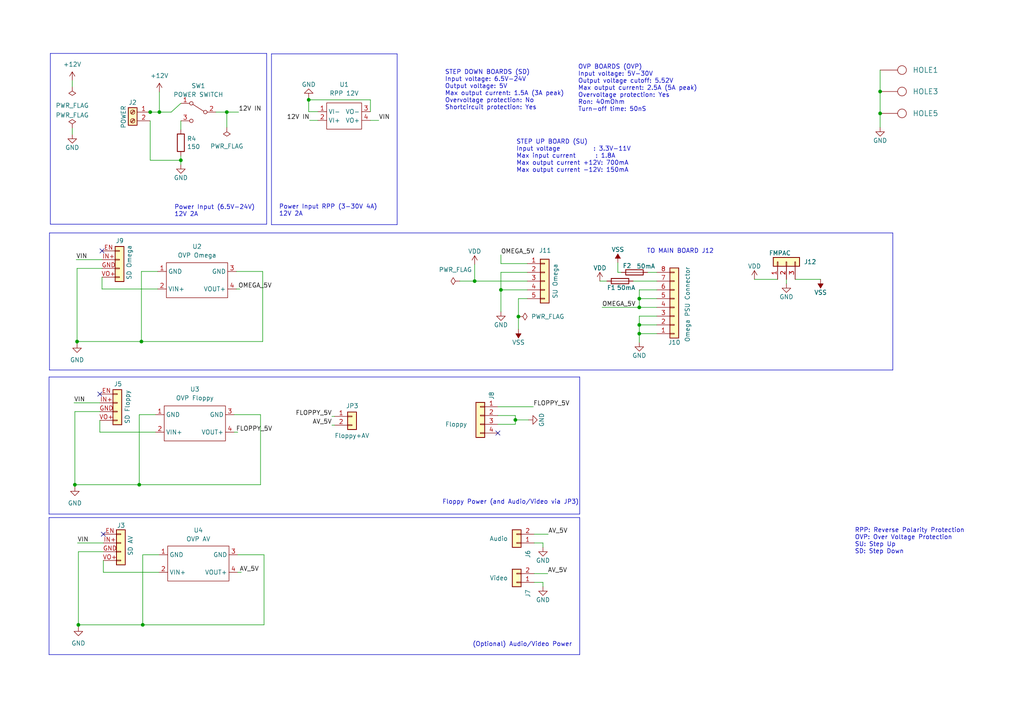
<source format=kicad_sch>
(kicad_sch (version 20230121) (generator eeschema)
  (paper "A4")
  (title_block (title "Omega PSU") (date "2023-03-19") (rev "0.1") (company "Albert Herranz"))
  (lib_symbols
    (symbol "Connector:Screw_Terminal_01x02" (pin_names (offset 1.016) hide)
      (property "Reference" "J" (at 0 2.54 0))
      (property "Value" "Screw_Terminal_01x02" (at 0 -5.08 0))
      (symbol "Screw_Terminal_01x02_1_1"
        (rectangle (start -1.27 1.27) (end 1.27 -3.81) (stroke (width 0.254)) (fill (type background)))
        (circle (center 0 -2.54) (radius 0.635) (stroke (width 0.1524)))
        (polyline (pts (xy -0.5334 -2.2098) (xy 0.3302 -3.048)) (stroke (width 0.1524)))
        (polyline (pts (xy -0.5334 0.3302) (xy 0.3302 -0.508)) (stroke (width 0.1524)))
        (polyline (pts (xy -0.3556 -2.032) (xy 0.508 -2.8702)) (stroke (width 0.1524)))
        (polyline (pts (xy -0.3556 0.508) (xy 0.508 -0.3302)) (stroke (width 0.1524)))
        (circle (center 0 0) (radius 0.635) (stroke (width 0.1524)))
        (pin passive line (at -5.08 0 0) (length 3.81) (name "Pin_1") (number "1"))
        (pin passive line (at -5.08 -2.54 0) (length 3.81) (name "Pin_2") (number "2"))
      )
    )
    (symbol "Connector_Generic:Conn_01x02" (pin_names (offset 1.016) hide)
      (property "Reference" "J" (at 0 2.54 0))
      (property "Value" "Conn_01x02" (at 0 -5.08 0))
      (symbol "Conn_01x02_1_1"
        (rectangle (start -1.27 -2.413) (end 0 -2.667) (stroke (width 0.1524)))
        (rectangle (start -1.27 0.127) (end 0 -0.127) (stroke (width 0.1524)))
        (rectangle (start -1.27 1.27) (end 1.27 -3.81) (stroke (width 0.254)) (fill (type background)))
        (pin passive line (at -5.08 0 0) (length 3.81) (name "Pin_1") (number "1"))
        (pin passive line (at -5.08 -2.54 0) (length 3.81) (name "Pin_2") (number "2"))
      )
    )
    (symbol "Connector_Generic:Conn_01x03" (pin_names (offset 1.016) hide)
      (property "Reference" "J" (at 0 5.08 0))
      (property "Value" "Conn_01x03" (at 0 -5.08 0))
      (symbol "Conn_01x03_1_1"
        (rectangle (start -1.27 -2.413) (end 0 -2.667) (stroke (width 0.1524)))
        (rectangle (start -1.27 0.127) (end 0 -0.127) (stroke (width 0.1524)))
        (rectangle (start -1.27 2.667) (end 0 2.413) (stroke (width 0.1524)))
        (rectangle (start -1.27 3.81) (end 1.27 -3.81) (stroke (width 0.254)) (fill (type background)))
        (pin passive line (at -5.08 2.54 0) (length 3.81) (name "Pin_1") (number "1"))
        (pin passive line (at -5.08 0 0) (length 3.81) (name "Pin_2") (number "2"))
        (pin passive line (at -5.08 -2.54 0) (length 3.81) (name "Pin_3") (number "3"))
      )
    )
    (symbol "Connector_Generic:Conn_01x04" (pin_names (offset 1.016) hide)
      (property "Reference" "J" (at 0 5.08 0))
      (property "Value" "Conn_01x04" (at 0 -7.62 0))
      (symbol "Conn_01x04_1_1"
        (rectangle (start -1.27 -4.953) (end 0 -5.207) (stroke (width 0.1524)))
        (rectangle (start -1.27 -2.413) (end 0 -2.667) (stroke (width 0.1524)))
        (rectangle (start -1.27 0.127) (end 0 -0.127) (stroke (width 0.1524)))
        (rectangle (start -1.27 2.667) (end 0 2.413) (stroke (width 0.1524)))
        (rectangle (start -1.27 3.81) (end 1.27 -6.35) (stroke (width 0.254)) (fill (type background)))
        (pin passive line (at -5.08 2.54 0) (length 3.81) (name "Pin_1") (number "1"))
        (pin passive line (at -5.08 0 0) (length 3.81) (name "Pin_2") (number "2"))
        (pin passive line (at -5.08 -2.54 0) (length 3.81) (name "Pin_3") (number "3"))
        (pin passive line (at -5.08 -5.08 0) (length 3.81) (name "Pin_4") (number "4"))
      )
    )
    (symbol "Connector_Generic:Conn_01x05" (pin_names (offset 1.016) hide)
      (property "Reference" "J" (at 0 7.62 0))
      (property "Value" "Conn_01x05" (at 0 -7.62 0))
      (symbol "Conn_01x05_1_1"
        (rectangle (start -1.27 -4.953) (end 0 -5.207) (stroke (width 0.1524)))
        (rectangle (start -1.27 -2.413) (end 0 -2.667) (stroke (width 0.1524)))
        (rectangle (start -1.27 0.127) (end 0 -0.127) (stroke (width 0.1524)))
        (rectangle (start -1.27 2.667) (end 0 2.413) (stroke (width 0.1524)))
        (rectangle (start -1.27 5.207) (end 0 4.953) (stroke (width 0.1524)))
        (rectangle (start -1.27 6.35) (end 1.27 -6.35) (stroke (width 0.254)) (fill (type background)))
        (pin passive line (at -5.08 5.08 0) (length 3.81) (name "Pin_1") (number "1"))
        (pin passive line (at -5.08 2.54 0) (length 3.81) (name "Pin_2") (number "2"))
        (pin passive line (at -5.08 0 0) (length 3.81) (name "Pin_3") (number "3"))
        (pin passive line (at -5.08 -2.54 0) (length 3.81) (name "Pin_4") (number "4"))
        (pin passive line (at -5.08 -5.08 0) (length 3.81) (name "Pin_5") (number "5"))
      )
    )
    (symbol "Connector_Generic:Conn_01x08" (pin_names (offset 1.016) hide)
      (property "Reference" "J" (at 0 10.16 0))
      (property "Value" "Conn_01x08" (at 0 -12.7 0))
      (symbol "Conn_01x08_1_1"
        (rectangle (start -1.27 -10.033) (end 0 -10.287) (stroke (width 0.1524)))
        (rectangle (start -1.27 -7.493) (end 0 -7.747) (stroke (width 0.1524)))
        (rectangle (start -1.27 -4.953) (end 0 -5.207) (stroke (width 0.1524)))
        (rectangle (start -1.27 -2.413) (end 0 -2.667) (stroke (width 0.1524)))
        (rectangle (start -1.27 0.127) (end 0 -0.127) (stroke (width 0.1524)))
        (rectangle (start -1.27 2.667) (end 0 2.413) (stroke (width 0.1524)))
        (rectangle (start -1.27 5.207) (end 0 4.953) (stroke (width 0.1524)))
        (rectangle (start -1.27 7.747) (end 0 7.493) (stroke (width 0.1524)))
        (rectangle (start -1.27 8.89) (end 1.27 -11.43) (stroke (width 0.254)) (fill (type background)))
        (pin passive line (at -5.08 7.62 0) (length 3.81) (name "Pin_1") (number "1"))
        (pin passive line (at -5.08 5.08 0) (length 3.81) (name "Pin_2") (number "2"))
        (pin passive line (at -5.08 2.54 0) (length 3.81) (name "Pin_3") (number "3"))
        (pin passive line (at -5.08 0 0) (length 3.81) (name "Pin_4") (number "4"))
        (pin passive line (at -5.08 -2.54 0) (length 3.81) (name "Pin_5") (number "5"))
        (pin passive line (at -5.08 -5.08 0) (length 3.81) (name "Pin_6") (number "6"))
        (pin passive line (at -5.08 -7.62 0) (length 3.81) (name "Pin_7") (number "7"))
        (pin passive line (at -5.08 -10.16 0) (length 3.81) (name "Pin_8") (number "8"))
      )
    )
    (symbol "Device:Fuse" (pin_numbers hide) (pin_names (offset 0))
      (property "Reference" "F" (at 2.032 0 90))
      (property "Value" "Fuse" (at -1.905 0 90))
      (symbol "Fuse_0_1"
        (rectangle (start -0.762 -2.54) (end 0.762 2.54) (stroke (width 0.254)))
        (polyline (pts (xy 0 2.54) (xy 0 -2.54)))
      )
      (symbol "Fuse_1_1"
        (pin passive line (at 0 3.81 270) (length 1.27) (name "~") (number "1"))
        (pin passive line (at 0 -3.81 90) (length 1.27) (name "~") (number "2"))
      )
    )
    (symbol "Device:R" (pin_numbers hide) (pin_names (offset 0))
      (property "Reference" "R" (at 2.032 0 90))
      (property "Value" "R" (at 0 0 90))
      (symbol "R_0_1"
        (rectangle (start -1.016 -2.54) (end 1.016 2.54) (stroke (width 0.254)))
      )
      (symbol "R_1_1"
        (pin passive line (at 0 3.81 270) (length 1.27) (name "~") (number "1"))
        (pin passive line (at 0 -3.81 90) (length 1.27) (name "~") (number "2"))
      )
    )
    (symbol "Switch:SW_SPDT" (pin_names (offset 0) hide)
      (property "Reference" "SW" (at 0 4.318 0))
      (property "Value" "SW_SPDT" (at 0 -5.08 0))
      (symbol "SW_SPDT_0_0"
        (circle (center -2.032 0) (radius 0.508))
        (circle (center 2.032 -2.54) (radius 0.508))
      )
      (symbol "SW_SPDT_0_1"
        (polyline (pts (xy -1.524 0.254) (xy 1.651 2.286)))
        (circle (center 2.032 2.54) (radius 0.508))
      )
      (symbol "SW_SPDT_1_1"
        (pin passive line (at 5.08 2.54 180) (length 2.54) (name "A") (number "1"))
        (pin passive line (at -5.08 0 0) (length 2.54) (name "B") (number "2"))
        (pin passive line (at 5.08 -2.54 180) (length 2.54) (name "C") (number "3"))
      )
    )
    (symbol "my_components:HOLE" (pin_numbers hide) (pin_names (offset 1.016) hide)
      (property "Reference" "HOLE" (at 2.54 0 0))
      (symbol "HOLE_0_1"
        (circle (center 0 0) (radius 1.27))
      )
      (symbol "HOLE_1_1"
        (pin input line (at -6.35 0 0) (length 5.08) (name "~") (number "1"))
      )
    )
    (symbol "my_components:IdealDiode_3-30V-4A"
      (property "Reference" "U" (at -3.81 10.16 0))
      (property "Value" "IdealDiode_3-30V-4A" (at 0 0 0))
      (symbol "IdealDiode_3-30V-4A_0_1"
        (rectangle (start -5.08 8.89) (end 5.08 1.27))
      )
      (symbol "IdealDiode_3-30V-4A_1_1"
        (pin power_in line (at -7.62 6.35 0) (length 2.54) (name "VI-") (number "1"))
        (pin power_in line (at -7.62 3.81 0) (length 2.54) (name "VI+") (number "2"))
        (pin power_in line (at 7.62 6.35 180) (length 2.54) (name "VO-") (number "3"))
        (pin power_out line (at 7.62 3.81 180) (length 2.54) (name "VO+") (number "4"))
      )
    )
    (symbol "my_components:OVP_Module_5.5V_2.5A_30V"
      (property "Reference" "U" (at -7.62 13.97 0))
      (property "Value" "OVP_Module_5.5V_2.5A_30V" (at 0 0 0))
      (symbol "OVP_Module_5.5V_2.5A_30V_0_1"
        (rectangle (start -8.89 12.7) (end 8.89 2.54))
      )
      (symbol "OVP_Module_5.5V_2.5A_30V_1_1"
        (pin power_in line (at -11.43 10.16 0) (length 2.54) (name "GND") (number "1"))
        (pin power_in line (at -11.43 5.08 0) (length 2.54) (name "VIN+") (number "2"))
        (pin power_in line (at 11.43 10.16 180) (length 2.54) (name "GND") (number "3"))
        (pin power_out line (at 11.43 5.08 180) (length 2.54) (name "VOUT+") (number "4"))
      )
    )
    (symbol "my_components:StepDown_DC-DC_MP2315" (pin_names (offset 1.016) hide)
      (property "Reference" "J" (at 0 5.08 0))
      (property "Value" "StepDown_DC-DC_MP2315" (at 0 -7.62 0))
      (symbol "StepDown_DC-DC_MP2315_1_1"
        (rectangle (start -1.27 -4.953) (end 0 -5.207) (stroke (width 0.1524)))
        (rectangle (start -1.27 -2.413) (end 0 -2.667) (stroke (width 0.1524)))
        (rectangle (start -1.27 0.127) (end 0 -0.127) (stroke (width 0.1524)))
        (rectangle (start -1.27 2.667) (end 0 2.413) (stroke (width 0.1524)))
        (rectangle (start -1.27 3.81) (end 1.27 -6.35) (stroke (width 0.254)) (fill (type background)))
        (pin input line (at -5.08 2.54 0) (length 3.81) (name "EN") (number "EN"))
        (pin power_in line (at -5.08 -2.54 0) (length 3.81) (name "GND") (number "GND"))
        (pin power_in line (at -5.08 0 0) (length 3.81) (name "IN+") (number "IN+"))
        (pin power_out line (at -5.08 -5.08 0) (length 3.81) (name "VO+") (number "VO+"))
      )
    )
    (symbol "power:+12V" (power) (pin_names (offset 0))
      (property "Value" "+12V" (at 0 3.556 0))
      (symbol "+12V_0_1"
        (polyline (pts (xy -0.762 1.27) (xy 0 2.54)))
        (polyline (pts (xy 0 0) (xy 0 2.54)))
        (polyline (pts (xy 0 2.54) (xy 0.762 1.27)))
      )
      (symbol "+12V_1_1"
        (pin power_in line (at 0 0 90) (length 0) hide (name "+12V") (number "1"))
      )
    )
    (symbol "power:GND" (power) (pin_names (offset 0))
      (property "Value" "GND" (at 0 -3.81 0))
      (symbol "GND_0_1"
        (polyline (pts (xy 0 0) (xy 0 -1.27) (xy 1.27 -1.27) (xy 0 -2.54) (xy -1.27 -1.27) (xy 0 -1.27)))
      )
      (symbol "GND_1_1"
        (pin power_in line (at 0 0 270) (length 0) hide (name "GND") (number "1"))
      )
    )
    (symbol "power:PWR_FLAG" (power) (pin_numbers hide) (pin_names (offset 0) hide)
      (property "Value" "PWR_FLAG" (at 0 3.81 0))
      (symbol "PWR_FLAG_0_0"
        (pin power_out line (at 0 0 90) (length 0) (name "pwr") (number "1"))
      )
      (symbol "PWR_FLAG_0_1"
        (polyline (pts (xy 0 0) (xy 0 1.27) (xy -1.016 1.905) (xy 0 2.54) (xy 1.016 1.905) (xy 0 1.27)))
      )
    )
    (symbol "power:VDD" (power) (pin_names (offset 0))
      (property "Value" "VDD" (at 0 3.81 0))
      (symbol "VDD_0_1"
        (polyline (pts (xy -0.762 1.27) (xy 0 2.54)))
        (polyline (pts (xy 0 0) (xy 0 2.54)))
        (polyline (pts (xy 0 2.54) (xy 0.762 1.27)))
      )
      (symbol "VDD_1_1"
        (pin power_in line (at 0 0 90) (length 0) hide (name "VDD") (number "1"))
      )
    )
    (symbol "power:VSS" (power) (pin_names (offset 0))
      (property "Value" "VSS" (at 0 3.81 0))
      (symbol "VSS_0_1"
        (polyline (pts (xy 0 0) (xy 0 2.54)))
        (polyline (pts (xy 0.762 1.27) (xy -0.762 1.27) (xy 0 2.54) (xy 0.762 1.27)) (fill (type outline)))
      )
      (symbol "VSS_1_1"
        (pin power_in line (at 0 0 90) (length 0) hide (name "VSS") (number "1"))
      )
    )
  )
  (junction (at 185.42 89.154))
  (junction (at 22.733 181.229))
  (junction (at 46.228 32.512))
  (junction (at 185.42 94.234))
  (junction (at 149.479 121.793))
  (junction (at 43.561 32.512))
  (junction (at 255.27 26.543))
  (junction (at 185.42 86.614))
  (junction (at 255.27 32.893))
  (junction (at 21.717 140.589))
  (junction (at 185.42 96.774))
  (junction (at 41.021 99.06))
  (junction (at 22.352 99.06))
  (junction (at 145.288 84.074))
  (junction (at 52.451 46.482))
  (junction (at 150.368 91.821))
  (junction (at 65.786 32.512))
  (junction (at 41.402 181.229))
  (junction (at 137.668 81.534))
  (junction (at 89.535 28.956))
  (junction (at 40.386 140.589))
  (no_connect (at 29.972 154.94))
  (no_connect (at 28.956 114.3))
  (no_connect (at 144.399 125.603))
  (no_connect (at 29.591 72.771))
  (wire (pts (xy 43.307 32.512) (xy 43.561 32.512)))
  (polyline (pts (xy 168.148 150.114) (xy 14.224 150.114)))
  (wire (pts (xy 190.5 84.074) (xy 185.42 84.074)))
  (wire (pts (xy 28.956 121.92) (xy 28.956 125.349)))
  (wire (pts (xy 152.908 76.454) (xy 145.288 76.454)))
  (wire (pts (xy 185.42 96.774) (xy 185.42 99.314)))
  (wire (pts (xy 255.27 36.957) (xy 255.27 32.893)))
  (wire (pts (xy 21.717 140.589) (xy 40.386 140.589)))
  (polyline (pts (xy 115.189 65.151) (xy 115.189 15.621)))
  (wire (pts (xy 133.35 81.534) (xy 137.668 81.534)))
  (wire (pts (xy 89.535 28.956) (xy 89.535 28.321)))
  (wire (pts (xy 22.352 77.851) (xy 22.352 99.06)))
  (wire (pts (xy 29.972 165.989) (xy 46.101 165.989)))
  (wire (pts (xy 145.288 84.074) (xy 145.288 90.424)))
  (wire (pts (xy 22.733 160.02) (xy 22.733 181.229)))
  (wire (pts (xy 21.717 119.38) (xy 21.717 140.589)))
  (wire (pts (xy 149.479 120.523) (xy 144.399 120.523)))
  (wire (pts (xy 154.94 166.37) (xy 158.877 166.37)))
  (wire (pts (xy 41.402 181.229) (xy 76.581 181.229)))
  (wire (pts (xy 149.479 121.793) (xy 153.289 121.793)))
  (wire (pts (xy 21.717 140.589) (xy 21.717 141.224)))
  (wire (pts (xy 185.42 89.154) (xy 190.5 89.154)))
  (wire (pts (xy 43.561 32.512) (xy 46.228 32.512)))
  (wire (pts (xy 185.42 94.234) (xy 185.42 96.774)))
  (wire (pts (xy 179.197 78.994) (xy 179.197 76.2)))
  (wire (pts (xy 22.733 181.229) (xy 22.733 181.864)))
  (wire (pts (xy 97.028 123.317) (xy 96.266 123.317)))
  (wire (pts (xy 144.399 117.983) (xy 154.686 117.983)))
  (wire (pts (xy 41.021 78.74) (xy 41.021 99.06)))
  (wire (pts (xy 68.961 125.349) (xy 67.945 125.349)))
  (wire (pts (xy 152.908 84.074) (xy 145.288 84.074)))
  (wire (pts (xy 97.028 120.777) (xy 96.266 120.777)))
  (wire (pts (xy 107.442 28.956) (xy 89.535 28.956)))
  (polyline (pts (xy 14.605 65.024) (xy 77.343 65.024)))
  (wire (pts (xy 69.215 32.512) (xy 65.786 32.512)))
  (wire (pts (xy 154.94 168.91) (xy 157.48 168.91)))
  (wire (pts (xy 52.451 35.052) (xy 52.451 37.592)))
  (wire (pts (xy 22.352 99.06) (xy 41.021 99.06)))
  (polyline (pts (xy 78.74 65.151) (xy 115.189 65.151)))
  (wire (pts (xy 52.451 45.212) (xy 52.451 46.482)))
  (wire (pts (xy 157.48 157.48) (xy 157.48 158.75)))
  (wire (pts (xy 43.561 46.482) (xy 52.451 46.482)))
  (wire (pts (xy 40.386 120.269) (xy 40.386 140.589)))
  (wire (pts (xy 149.479 121.793) (xy 149.479 120.523)))
  (wire (pts (xy 228.092 82.296) (xy 228.092 81.026)))
  (wire (pts (xy 29.591 83.82) (xy 45.72 83.82)))
  (polyline (pts (xy 14.351 67.564) (xy 14.351 107.315)))
  (wire (pts (xy 190.5 78.994) (xy 187.833 78.994)))
  (wire (pts (xy 29.591 75.311) (xy 22.098 75.311)))
  (polyline (pts (xy 14.224 149.098) (xy 168.148 149.098)))
  (wire (pts (xy 41.021 99.06) (xy 76.2 99.06)))
  (polyline (pts (xy 77.343 15.494) (xy 14.605 15.494)))
  (wire (pts (xy 65.786 32.512) (xy 65.786 36.957)))
  (wire (pts (xy 154.94 157.48) (xy 157.48 157.48)))
  (polyline (pts (xy 168.148 149.098) (xy 168.148 109.347)))
  (wire (pts (xy 150.368 91.821) (xy 150.368 95.504)))
  (wire (pts (xy 49.657 32.512) (xy 52.451 29.972)))
  (wire (pts (xy 107.442 32.385) (xy 107.442 28.956)))
  (wire (pts (xy 68.961 160.909) (xy 76.581 160.909)))
  (wire (pts (xy 65.786 32.512) (xy 62.611 32.512)))
  (wire (pts (xy 46.228 32.512) (xy 49.657 32.512)))
  (wire (pts (xy 255.27 20.32) (xy 255.27 26.543)))
  (wire (pts (xy 190.5 94.234) (xy 185.42 94.234)))
  (wire (pts (xy 190.5 86.614) (xy 185.42 86.614)))
  (wire (pts (xy 185.42 86.614) (xy 185.42 89.154)))
  (wire (pts (xy 22.352 99.06) (xy 22.352 99.695)))
  (wire (pts (xy 176.022 81.534) (xy 173.99 81.534)))
  (wire (pts (xy 46.228 26.67) (xy 46.228 32.512)))
  (polyline (pts (xy 14.224 109.347) (xy 14.224 149.098)))
  (wire (pts (xy 144.399 123.063) (xy 149.479 123.063)))
  (wire (pts (xy 152.908 86.614) (xy 150.368 86.614)))
  (wire (pts (xy 145.288 78.994) (xy 145.288 84.074)))
  (polyline (pts (xy 258.953 107.315) (xy 258.953 67.564)))
  (wire (pts (xy 89.789 34.925) (xy 92.202 34.925)))
  (wire (pts (xy 68.58 78.74) (xy 76.2 78.74)))
  (polyline (pts (xy 168.148 109.347) (xy 14.224 109.347)))
  (wire (pts (xy 180.213 78.994) (xy 179.197 78.994)))
  (wire (pts (xy 28.956 119.38) (xy 21.717 119.38)))
  (wire (pts (xy 20.955 37.211) (xy 20.955 38.989)))
  (wire (pts (xy 43.561 35.052) (xy 43.561 46.482)))
  (polyline (pts (xy 14.224 189.865) (xy 168.148 189.865)))
  (polyline (pts (xy 168.148 189.865) (xy 168.148 150.114)))
  (wire (pts (xy 149.479 123.063) (xy 149.479 121.793)))
  (wire (pts (xy 40.386 140.589) (xy 75.565 140.589)))
  (wire (pts (xy 45.085 120.269) (xy 40.386 120.269)))
  (wire (pts (xy 28.956 116.84) (xy 21.463 116.84)))
  (wire (pts (xy 190.5 91.694) (xy 185.42 91.694)))
  (wire (pts (xy 29.972 160.02) (xy 22.733 160.02)))
  (wire (pts (xy 185.42 91.694) (xy 185.42 94.234)))
  (wire (pts (xy 92.202 32.385) (xy 89.535 32.385)))
  (polyline (pts (xy 78.74 15.621) (xy 78.74 65.151)))
  (wire (pts (xy 183.642 81.534) (xy 190.5 81.534)))
  (wire (pts (xy 225.552 81.026) (xy 218.821 81.026)))
  (wire (pts (xy 174.625 89.154) (xy 185.42 89.154)))
  (wire (pts (xy 152.908 78.994) (xy 145.288 78.994)))
  (wire (pts (xy 67.945 120.269) (xy 75.565 120.269)))
  (wire (pts (xy 185.42 96.774) (xy 190.5 96.774)))
  (wire (pts (xy 76.581 160.909) (xy 76.581 181.229)))
  (wire (pts (xy 22.733 181.229) (xy 41.402 181.229)))
  (wire (pts (xy 150.368 86.614) (xy 150.368 91.821)))
  (wire (pts (xy 255.27 26.543) (xy 255.27 32.893)))
  (wire (pts (xy 75.565 120.269) (xy 75.565 140.589)))
  (polyline (pts (xy 115.189 15.621) (xy 78.74 15.621)))
  (wire (pts (xy 29.972 162.56) (xy 29.972 165.989)))
  (wire (pts (xy 89.535 32.385) (xy 89.535 28.956)))
  (wire (pts (xy 137.668 81.534) (xy 152.908 81.534)))
  (wire (pts (xy 29.591 80.391) (xy 29.591 83.82)))
  (wire (pts (xy 41.402 160.909) (xy 41.402 181.229)))
  (wire (pts (xy 145.288 76.454) (xy 145.288 73.914)))
  (wire (pts (xy 237.998 81.026) (xy 230.632 81.026)))
  (wire (pts (xy 29.972 157.48) (xy 22.479 157.48)))
  (wire (pts (xy 69.977 165.989) (xy 68.961 165.989)))
  (wire (pts (xy 45.72 78.74) (xy 41.021 78.74)))
  (wire (pts (xy 46.101 160.909) (xy 41.402 160.909)))
  (polyline (pts (xy 14.224 150.114) (xy 14.224 189.865)))
  (wire (pts (xy 107.442 34.925) (xy 109.855 34.925)))
  (wire (pts (xy 154.94 154.94) (xy 159.004 154.94)))
  (polyline (pts (xy 14.351 107.315) (xy 258.953 107.315)))
  (wire (pts (xy 157.48 168.91) (xy 157.48 170.18)))
  (wire (pts (xy 185.42 84.074) (xy 185.42 86.614)))
  (wire (pts (xy 28.956 125.349) (xy 45.085 125.349)))
  (wire (pts (xy 20.955 23.368) (xy 20.955 25.146)))
  (wire (pts (xy 52.451 46.482) (xy 52.451 47.752)))
  (wire (pts (xy 69.596 83.82) (xy 68.58 83.82)))
  (wire (pts (xy 76.2 78.74) (xy 76.2 99.06)))
  (polyline (pts (xy 14.605 15.494) (xy 14.605 65.024)))
  (polyline (pts (xy 77.343 65.024) (xy 77.343 15.494)))
  (polyline (pts (xy 258.953 67.564) (xy 14.351 67.564)))
  (wire (pts (xy 137.668 76.708) (xy 137.668 81.534)))
  (wire (pts (xy 29.591 77.851) (xy 22.352 77.851)))
  (text "Power Input (6.5V-24V)\n12V 2A" (at 50.546 62.992 0) (effects (font (size 1.27 1.27)) (justify left bottom)))
  (text "TO MAIN BOARD J12" (at 187.579 73.66 0) (effects (font (size 1.27 1.27)) (justify left bottom)))
  (text "STEP UP BOARD (SU)\nInput voltage          : 3.3V-11V\nMax input current      : 1.8A\nMax output current +12V: 700mA\nMax output current -12V: 150mA\n" (at 149.733 50.165 0) (effects (font (size 1.27 1.27)) (justify left bottom)))
  (text "RPP: Reverse Polarity Protection\nOVP: Over Voltage Protection\nSU: Step Up\nSD: Step Down" (at 247.904 160.782 0) (effects (font (size 1.27 1.27)) (justify left bottom)))
  (text "Power Input RPP (3-30V 4A)\n12V 2A" (at 80.899 62.865 0) (effects (font (size 1.27 1.27)) (justify left bottom)))
  (text "(Optional) Audio/Video Power" (at 137.033 187.706 0) (effects (font (size 1.27 1.27)) (justify left bottom)))
  (text "STEP DOWN BOARDS (SD)\nInput voltage: 6.5V-24V\nOutput voltage: 5V\nMax output current: 1.5A (3A peak)\nOvervoltage protection: No\nShortcircuit protection: Yes" (at 129.032 32.004 0) (effects (font (size 1.27 1.27)) (justify left bottom)))
  (text "OVP BOARDS (OVP)\nInput voltage: 5V-30V\nOutput voltage cutoff: 5.52V\nMax output current: 2.5A (5A peak)\nOvervoltage protection: Yes\nRon: 40mOhm\nTurn-off time: 50nS" (at 167.64 32.512 0) (effects (font (size 1.27 1.27)) (justify left bottom)))
  (text "Floppy Power (and Audio/Video via JP3)" (at 128.27 146.431 0) (effects (font (size 1.27 1.27)) (justify left bottom)))
  (label "FLOPPY_5V" (at 154.686 117.983 0))
  (label "VIN" (at 21.463 116.84 0))
  (label "AV_5V" (at 158.877 166.37 0))
  (label "VIN" (at 22.479 157.48 0))
  (label "12V IN" (at 69.215 32.512 0))
  (label "AV_5V" (at 159.004 154.94 0))
  (label "FLOPPY_5V" (at 68.453 125.349 0))
  (label "VIN" (at 109.855 34.925 0))
  (label "OMEGA_5V" (at 145.288 73.914 0))
  (label "OMEGA_5V" (at 69.088 83.82 0))
  (label "AV_5V" (at 96.266 123.317 180))
  (label "VIN" (at 22.098 75.311 0))
  (label "AV_5V" (at 69.469 165.989 0))
  (label "12V IN" (at 89.789 34.925 180))
  (label "OMEGA_5V" (at 174.625 89.154 0))
  (label "FLOPPY_5V" (at 96.266 120.777 180))
  (symbol (lib_id "my_components:StepDown_DC-DC_MP2315") (at 34.671 75.311 0) (unit 1)
    (property "Reference" "J9" (at 33.528 69.85 0) (effects (justify left)))
    (property "Value" "SD Omega" (at 37.465 81.153 90) (effects (justify left)))
    (property "Footprint" "My_Components:StepDown_DC-DC_MP2315" (effects hide))
  )
  (symbol (lib_id "power:VSS") (at 150.368 95.504 180) (unit 1)
    (property "Reference" "#PWR020" (effects hide))
    (property "Value" "VSS" (at 150.368 99.314 0))
  )
  (symbol (lib_id "power:GND") (at 255.27 36.957 0) (unit 1)
    (property "Reference" "#PWR0104" (effects hide))
    (property "Value" "GND" (at 255.27 40.767 0))
  )
  (symbol (lib_id "my_components:StepDown_DC-DC_MP2315") (at 34.036 116.84 0) (unit 1)
    (property "Reference" "J5" (at 33.02 111.379 0) (effects (justify left)))
    (property "Value" "SD Floppy" (at 36.957 122.936 90) (effects (justify left)))
    (property "Footprint" "My_Components:StepDown_DC-DC_MP2315" (effects hide))
  )
  (symbol (lib_id "Connector_Generic:Conn_01x02") (at 149.86 157.48 180) (unit 1)
    (property "Reference" "J6" (at 153.1112 159.512 90) (effects (justify left)))
    (property "Value" "Audio" (at 147.32 156.21 0) (effects (justify left)))
    (property "Footprint" "Connector_JST:JST_XH_B2B-XH-A_1x02_P2.50mm_Vertical" (effects hide))
  )
  (symbol (lib_id "my_components:HOLE") (at 261.62 32.893 0) (unit 1)
    (property "Reference" "HOLE5" (at 264.668 32.893 0) (effects (font (size 1.524 1.524)) (justify left)))
    (property "Value" "HOLE" (effects hide))
    (property "Footprint" "My_Components:Hole_3mm" (effects hide))
  )
  (symbol (lib_id "my_components:StepDown_DC-DC_MP2315") (at 35.052 157.48 0) (unit 1)
    (property "Reference" "J3" (at 33.909 152.4 0) (effects (justify left)))
    (property "Value" "SD AV" (at 37.846 161.163 90) (effects (justify left)))
    (property "Footprint" "My_Components:StepDown_DC-DC_MP2315" (effects hide))
  )
  (symbol (lib_id "power:VDD") (at 137.668 76.708 0) (unit 1)
    (property "Reference" "#PWR018" (effects hide))
    (property "Value" "VDD" (at 137.668 72.898 0))
  )
  (symbol (lib_id "power:GND") (at 20.955 38.989 0) (unit 1)
    (property "Reference" "#PWR05" (effects hide))
    (property "Value" "GND" (at 20.955 42.799 0))
  )
  (symbol (lib_id "Connector_Generic:Conn_01x02") (at 149.86 168.91 180) (unit 1)
    (property "Reference" "J7" (at 153.1112 170.942 90) (effects (justify left)))
    (property "Value" "Video" (at 147.32 167.64 0) (effects (justify left)))
    (property "Footprint" "Connector_JST:JST_XH_B2B-XH-A_1x02_P2.50mm_Vertical" (effects hide))
  )
  (symbol (lib_id "Connector_Generic:Conn_01x08") (at 195.58 89.154 0) (mirror x) (unit 1)
    (property "Reference" "J10" (at 195.58 99.314 0))
    (property "Value" "Omega PSU Connector" (at 199.39 88.265 90))
    (property "Footprint" "My_Components:Conn_Friction_Lock_8P_2.54mm" (effects hide))
  )
  (symbol (lib_id "Connector:Screw_Terminal_01x02") (at 38.481 32.512 0) (mirror y) (unit 1)
    (property "Reference" "J2" (at 38.481 29.718 0))
    (property "Value" "POWER" (at 35.814 33.909 90))
    (property "Footprint" "My_Components:Conn_Term_Block_2_5.00mm" (effects hide))
  )
  (symbol (lib_id "Device:Fuse") (at 179.832 81.534 90) (unit 1)
    (property "Reference" "F1" (at 177.292 83.439 90))
    (property "Value" "50mA" (at 181.61 83.439 90))
    (property "Footprint" "Capacitor_THT:C_Disc_D7.5mm_W2.5mm_P5.00mm" (effects hide))
  )
  (symbol (lib_id "power:GND") (at 228.092 82.296 0) (unit 1)
    (property "Reference" "#PWR022" (effects hide))
    (property "Value" "GND" (at 228.092 86.106 0))
  )
  (symbol (lib_id "Device:Fuse") (at 184.023 78.994 90) (unit 1)
    (property "Reference" "F2" (at 181.864 77.089 90))
    (property "Value" "50mA" (at 187.325 77.216 90))
    (property "Footprint" "Capacitor_THT:C_Disc_D7.5mm_W2.5mm_P5.00mm" (effects hide))
  )
  (symbol (lib_id "power:+12V") (at 20.955 23.368 0) (unit 1)
    (property "Reference" "#PWR0103" (effects hide))
    (property "Value" "+12V" (at 20.955 18.669 0))
  )
  (symbol (lib_id "power:PWR_FLAG") (at 133.35 81.534 90) (unit 1)
    (property "Reference" "#FLG0103" (effects hide))
    (property "Value" "PWR_FLAG" (at 132.08 78.232 90))
  )
  (symbol (lib_id "power:GND") (at 21.717 141.224 0) (unit 1)
    (property "Reference" "#PWR01" (effects hide))
    (property "Value" "GND" (at 21.717 145.923 0))
  )
  (symbol (lib_id "power:GND") (at 157.48 158.75 0) (unit 1)
    (property "Reference" "#PWR010" (effects hide))
    (property "Value" "GND" (at 157.48 162.56 0))
  )
  (symbol (lib_id "Connector_Generic:Conn_01x05") (at 157.988 81.534 0) (unit 1)
    (property "Reference" "J11" (at 158.115 72.644 0))
    (property "Value" "SU Omega" (at 161.036 81.534 90))
    (property "Footprint" "My_Components:StepUp_DC-DC_Dual" (effects hide))
  )
  (symbol (lib_id "power:GND") (at 157.48 170.18 0) (unit 1)
    (property "Reference" "#PWR011" (effects hide))
    (property "Value" "GND" (at 157.48 173.99 0))
  )
  (symbol (lib_id "power:GND") (at 185.42 99.314 0) (unit 1)
    (property "Reference" "#PWR016" (effects hide))
    (property "Value" "GND" (at 185.42 103.124 0))
  )
  (symbol (lib_id "my_components:HOLE") (at 261.62 26.543 0) (unit 1)
    (property "Reference" "HOLE3" (at 264.668 26.543 0) (effects (font (size 1.524 1.524)) (justify left)))
    (property "Value" "HOLE" (effects hide))
    (property "Footprint" "My_Components:Hole_3mm" (effects hide))
  )
  (symbol (lib_id "power:GND") (at 52.451 47.752 0) (unit 1)
    (property "Reference" "#PWR04" (effects hide))
    (property "Value" "GND" (at 52.451 51.562 0))
  )
  (symbol (lib_id "power:PWR_FLAG") (at 20.955 25.146 180) (unit 1)
    (property "Reference" "#FLG0101" (effects hide))
    (property "Value" "PWR_FLAG" (at 20.955 30.607 0))
  )
  (symbol (lib_id "Connector_Generic:Conn_01x03") (at 228.092 75.946 90) (unit 1)
    (property "Reference" "J12" (at 233.172 75.946 90) (effects (justify right)))
    (property "Value" "FMPAC" (at 223.012 73.406 90) (effects (justify right)))
    (property "Footprint" "Connector_JST:JST_XH_B3B-XH-A_1x03_P2.50mm_Vertical" (effects hide))
  )
  (symbol (lib_id "power:GND") (at 145.288 90.424 0) (unit 1)
    (property "Reference" "#PWR019" (effects hide))
    (property "Value" "GND" (at 145.288 94.234 0))
  )
  (symbol (lib_id "power:GND") (at 22.733 181.864 0) (unit 1)
    (property "Reference" "#PWR02" (effects hide))
    (property "Value" "GND" (at 22.733 186.563 0))
  )
  (symbol (lib_id "power:GND") (at 22.352 99.695 0) (unit 1)
    (property "Reference" "#PWR03" (effects hide))
    (property "Value" "GND" (at 22.352 104.394 0))
  )
  (symbol (lib_id "power:VSS") (at 237.998 81.026 180) (unit 1)
    (property "Reference" "#PWR023" (effects hide))
    (property "Value" "VSS" (at 237.998 84.836 0))
  )
  (symbol (lib_id "power:VDD") (at 218.821 81.026 0) (unit 1)
    (property "Reference" "#PWR021" (effects hide))
    (property "Value" "VDD" (at 218.821 77.216 0))
  )
  (symbol (lib_id "Switch:SW_SPDT") (at 57.531 32.512 0) (mirror y) (unit 1)
    (property "Reference" "SW1" (at 57.531 24.892 0))
    (property "Value" "POWER SWITCH" (at 57.531 27.432 0))
    (property "Footprint" "My_Components:Conn_Term_Block_3_5.00mm" (effects hide))
  )
  (symbol (lib_id "Connector_Generic:Conn_01x04") (at 139.319 120.523 0) (mirror y) (unit 1)
    (property "Reference" "J8" (at 142.5702 115.951 90) (effects (justify left)))
    (property "Value" "Floppy" (at 135.509 123.063 0) (effects (justify left)))
    (property "Footprint" "Connector_PinHeader_2.54mm:PinHeader_1x04_P2.54mm_Horizontal" (effects hide))
  )
  (symbol (lib_id "power:GND") (at 153.289 121.793 90) (unit 1)
    (property "Reference" "#PWR012" (effects hide))
    (property "Value" "GND" (at 157.099 121.793 0))
  )
  (symbol (lib_id "power:VDD") (at 173.99 81.534 0) (unit 1)
    (property "Reference" "#PWR0101" (effects hide))
    (property "Value" "VDD" (at 173.99 77.724 0))
  )
  (symbol (lib_id "my_components:OVP_Module_5.5V_2.5A_30V") (at 56.515 130.429 0) (unit 1)
    (property "Reference" "U3" (at 56.515 112.903 0))
    (property "Value" "OVP Floppy" (at 56.515 115.443 0))
    (property "Footprint" "My_Components:OVP_Module_5.5V_2.5A_30V" (effects hide))
  )
  (symbol (lib_id "power:PWR_FLAG") (at 150.368 91.821 270) (unit 1)
    (property "Reference" "#FLG0104" (effects hide))
    (property "Value" "PWR_FLAG" (at 154.051 91.8209 90) (effects (justify left)))
  )
  (symbol (lib_id "power:+12V") (at 46.228 26.67 0) (unit 1)
    (property "Reference" "#PWR0102" (effects hide))
    (property "Value" "+12V" (at 46.228 21.971 0))
  )
  (symbol (lib_id "my_components:HOLE") (at 261.62 20.32 0) (unit 1)
    (property "Reference" "HOLE1" (at 264.668 20.32 0) (effects (font (size 1.524 1.524)) (justify left)))
    (property "Value" "HOLE" (effects hide))
    (property "Footprint" "My_Components:Hole_3mm" (effects hide))
  )
  (symbol (lib_id "power:PWR_FLAG") (at 65.786 36.957 180) (unit 1)
    (property "Reference" "#FLG0102" (effects hide))
    (property "Value" "PWR_FLAG" (at 65.786 42.418 0))
  )
  (symbol (lib_id "my_components:OVP_Module_5.5V_2.5A_30V") (at 57.531 171.069 0) (unit 1)
    (property "Reference" "U4" (at 57.531 153.797 0))
    (property "Value" "OVP AV" (at 57.531 156.337 0))
    (property "Footprint" "My_Components:OVP_Module_5.5V_2.5A_30V" (effects hide))
  )
  (symbol (lib_id "power:VSS") (at 179.197 76.2 0) (unit 1)
    (property "Reference" "#PWR017" (effects hide))
    (property "Value" "VSS" (at 179.197 72.39 0))
  )
  (symbol (lib_id "Device:R") (at 52.451 41.402 0) (unit 1)
    (property "Reference" "R4" (at 54.229 40.2336 0) (effects (justify left)))
    (property "Value" "150" (at 54.229 42.545 0) (effects (justify left)))
    (property "Footprint" "Resistor_THT:R_Axial_DIN0207_L6.3mm_D2.5mm_P7.62mm_Horizontal" (effects hide))
  )
  (symbol (lib_id "my_components:IdealDiode_3-30V-4A") (at 99.822 38.735 0) (unit 1)
    (property "Reference" "U1" (at 99.822 24.511 0))
    (property "Value" "RPP 12V" (at 99.822 27.051 0))
    (property "Footprint" "My_Components:IdealDiode_3-30V-4A" (effects hide))
  )
  (symbol (lib_id "Connector_Generic:Conn_01x02") (at 102.108 120.777 0) (unit 1)
    (property "Reference" "JP3" (at 100.33 117.729 0) (effects (justify left)))
    (property "Value" "Floppy+AV" (at 97.028 126.365 0) (effects (justify left)))
    (property "Footprint" "My_Components:Conn_Pin_Header_2x1_2.54mm_NoKey" (effects hide))
  )
  (symbol (lib_id "power:PWR_FLAG") (at 20.955 37.211 0) (unit 1)
    (property "Reference" "#FLG01" (effects hide))
    (property "Value" "PWR_FLAG" (at 20.955 33.401 0))
  )
  (symbol (lib_id "my_components:OVP_Module_5.5V_2.5A_30V") (at 57.15 88.9 0) (unit 1)
    (property "Reference" "U2" (at 57.15 71.501 0))
    (property "Value" "OVP Omega" (at 57.15 74.041 0))
    (property "Footprint" "My_Components:OVP_Module_5.5V_2.5A_30V" (effects hide))
  )
  (symbol (lib_id "power:GND") (at 89.535 28.321 180) (unit 1)
    (property "Reference" "#PWR0105" (effects hide))
    (property "Value" "GND" (at 89.535 24.511 0))
  )
)
</source>
